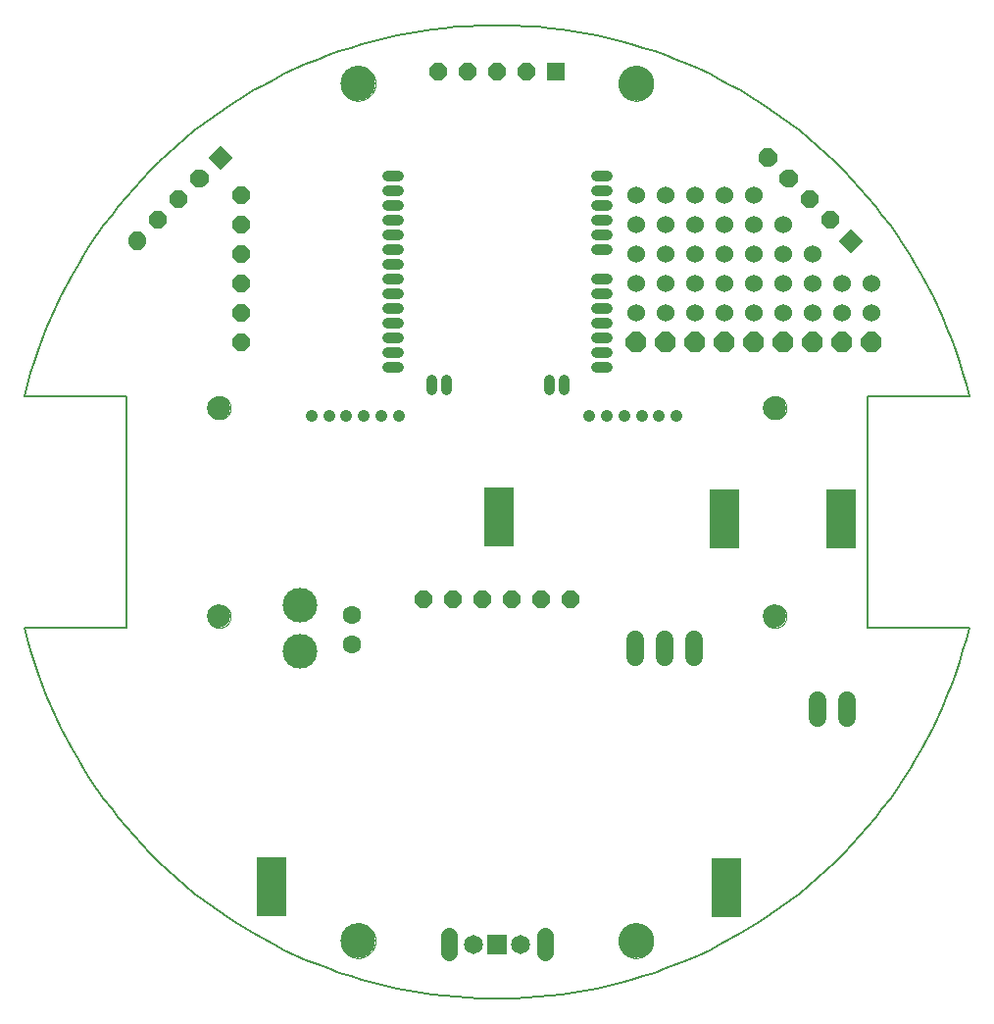
<source format=gbs>
G75*
%MOIN*%
%OFA0B0*%
%FSLAX25Y25*%
%IPPOS*%
%LPD*%
%AMOC8*
5,1,8,0,0,1.08239X$1,22.5*
%
%ADD10C,0.00600*%
%ADD11C,0.00000*%
%ADD12C,0.07874*%
%ADD13C,0.11811*%
%ADD14C,0.06300*%
%ADD15OC8,0.06000*%
%ADD16C,0.04134*%
%ADD17R,0.06500X0.06500*%
%ADD18C,0.06500*%
%ADD19C,0.05500*%
%ADD20R,0.10000X0.20000*%
%ADD21OC8,0.07000*%
%ADD22C,0.06000*%
%ADD23R,0.06000X0.06000*%
%ADD24C,0.01200*%
%ADD25R,0.06000X0.06000*%
%ADD26C,0.03562*%
%ADD27C,0.06000*%
D10*
X0023150Y0144410D02*
X0057796Y0144410D01*
X0057796Y0223150D01*
X0023150Y0223150D01*
X0023150Y0223151D02*
X0024158Y0227061D01*
X0025260Y0230946D01*
X0026458Y0234802D01*
X0027749Y0238628D01*
X0029133Y0242421D01*
X0030609Y0246180D01*
X0032177Y0249901D01*
X0033835Y0253583D01*
X0035582Y0257223D01*
X0037418Y0260820D01*
X0039341Y0264370D01*
X0041350Y0267873D01*
X0043445Y0271326D01*
X0045622Y0274726D01*
X0047882Y0278072D01*
X0050224Y0281362D01*
X0052644Y0284594D01*
X0055143Y0287766D01*
X0057719Y0290876D01*
X0060370Y0293922D01*
X0063094Y0296902D01*
X0065891Y0299815D01*
X0068758Y0302659D01*
X0071693Y0305432D01*
X0074695Y0308132D01*
X0077762Y0310759D01*
X0080892Y0313309D01*
X0084084Y0315783D01*
X0087335Y0318178D01*
X0090644Y0320493D01*
X0094008Y0322726D01*
X0097426Y0324876D01*
X0100895Y0326943D01*
X0104414Y0328924D01*
X0107979Y0330818D01*
X0111591Y0332625D01*
X0115245Y0334344D01*
X0118940Y0335972D01*
X0122673Y0337510D01*
X0126444Y0338956D01*
X0130248Y0340310D01*
X0134084Y0341570D01*
X0137950Y0342737D01*
X0141843Y0343808D01*
X0145761Y0344784D01*
X0149702Y0345665D01*
X0153663Y0346448D01*
X0157643Y0347135D01*
X0161637Y0347725D01*
X0165645Y0348217D01*
X0169664Y0348610D01*
X0173691Y0348906D01*
X0177724Y0349103D01*
X0181761Y0349202D01*
X0185799Y0349202D01*
X0189836Y0349103D01*
X0193869Y0348906D01*
X0197896Y0348610D01*
X0201915Y0348217D01*
X0205923Y0347725D01*
X0209917Y0347135D01*
X0213897Y0346448D01*
X0217858Y0345665D01*
X0221799Y0344784D01*
X0225717Y0343808D01*
X0229610Y0342737D01*
X0233476Y0341570D01*
X0237312Y0340310D01*
X0241116Y0338956D01*
X0244887Y0337510D01*
X0248620Y0335972D01*
X0252315Y0334344D01*
X0255969Y0332625D01*
X0259581Y0330818D01*
X0263146Y0328924D01*
X0266665Y0326943D01*
X0270134Y0324876D01*
X0273552Y0322726D01*
X0276916Y0320493D01*
X0280225Y0318178D01*
X0283476Y0315783D01*
X0286668Y0313309D01*
X0289798Y0310759D01*
X0292865Y0308132D01*
X0295867Y0305432D01*
X0298802Y0302659D01*
X0301669Y0299815D01*
X0304466Y0296902D01*
X0307190Y0293922D01*
X0309841Y0290876D01*
X0312417Y0287766D01*
X0314916Y0284594D01*
X0317336Y0281362D01*
X0319678Y0278072D01*
X0321938Y0274726D01*
X0324115Y0271326D01*
X0326210Y0267873D01*
X0328219Y0264370D01*
X0330142Y0260820D01*
X0331978Y0257223D01*
X0333725Y0253583D01*
X0335383Y0249901D01*
X0336951Y0246180D01*
X0338427Y0242421D01*
X0339811Y0238628D01*
X0341102Y0234802D01*
X0342300Y0230946D01*
X0343402Y0227061D01*
X0344410Y0223151D01*
X0344410Y0223150D02*
X0309765Y0223150D01*
X0309765Y0144410D01*
X0344410Y0144410D01*
X0343402Y0140500D01*
X0342300Y0136615D01*
X0341102Y0132759D01*
X0339811Y0128933D01*
X0338427Y0125140D01*
X0336951Y0121381D01*
X0335383Y0117660D01*
X0333725Y0113978D01*
X0331978Y0110338D01*
X0330142Y0106741D01*
X0328219Y0103191D01*
X0326210Y0099688D01*
X0324115Y0096235D01*
X0321938Y0092835D01*
X0319678Y0089489D01*
X0317336Y0086199D01*
X0314916Y0082967D01*
X0312417Y0079795D01*
X0309841Y0076685D01*
X0307190Y0073639D01*
X0304466Y0070659D01*
X0301669Y0067746D01*
X0298802Y0064902D01*
X0295867Y0062129D01*
X0292865Y0059429D01*
X0289798Y0056802D01*
X0286668Y0054252D01*
X0283476Y0051778D01*
X0280225Y0049383D01*
X0276916Y0047068D01*
X0273552Y0044835D01*
X0270134Y0042685D01*
X0266665Y0040618D01*
X0263146Y0038637D01*
X0259581Y0036743D01*
X0255969Y0034936D01*
X0252315Y0033217D01*
X0248620Y0031589D01*
X0244887Y0030051D01*
X0241116Y0028605D01*
X0237312Y0027251D01*
X0233476Y0025991D01*
X0229610Y0024824D01*
X0225717Y0023753D01*
X0221799Y0022777D01*
X0217858Y0021896D01*
X0213897Y0021113D01*
X0209917Y0020426D01*
X0205923Y0019836D01*
X0201915Y0019344D01*
X0197896Y0018951D01*
X0193869Y0018655D01*
X0189836Y0018458D01*
X0185799Y0018359D01*
X0181761Y0018359D01*
X0177724Y0018458D01*
X0173691Y0018655D01*
X0169664Y0018951D01*
X0165645Y0019344D01*
X0161637Y0019836D01*
X0157643Y0020426D01*
X0153663Y0021113D01*
X0149702Y0021896D01*
X0145761Y0022777D01*
X0141843Y0023753D01*
X0137950Y0024824D01*
X0134084Y0025991D01*
X0130248Y0027251D01*
X0126444Y0028605D01*
X0122673Y0030051D01*
X0118940Y0031589D01*
X0115245Y0033217D01*
X0111591Y0034936D01*
X0107979Y0036743D01*
X0104414Y0038637D01*
X0100895Y0040618D01*
X0097426Y0042685D01*
X0094008Y0044835D01*
X0090644Y0047068D01*
X0087335Y0049383D01*
X0084084Y0051778D01*
X0080892Y0054252D01*
X0077762Y0056802D01*
X0074695Y0059429D01*
X0071693Y0062129D01*
X0068758Y0064902D01*
X0065891Y0067746D01*
X0063094Y0070659D01*
X0060370Y0073639D01*
X0057719Y0076685D01*
X0055143Y0079795D01*
X0052644Y0082967D01*
X0050224Y0086199D01*
X0047882Y0089489D01*
X0045622Y0092835D01*
X0043445Y0096235D01*
X0041350Y0099688D01*
X0039341Y0103191D01*
X0037418Y0106741D01*
X0035582Y0110338D01*
X0033835Y0113978D01*
X0032177Y0117660D01*
X0030609Y0121381D01*
X0029133Y0125140D01*
X0027749Y0128933D01*
X0026458Y0132759D01*
X0025260Y0136615D01*
X0024158Y0140500D01*
X0023150Y0144410D01*
D11*
X0085355Y0148347D02*
X0085357Y0148472D01*
X0085363Y0148597D01*
X0085373Y0148721D01*
X0085387Y0148845D01*
X0085404Y0148969D01*
X0085426Y0149092D01*
X0085452Y0149214D01*
X0085481Y0149336D01*
X0085514Y0149456D01*
X0085552Y0149575D01*
X0085592Y0149694D01*
X0085637Y0149810D01*
X0085685Y0149925D01*
X0085737Y0150039D01*
X0085793Y0150151D01*
X0085852Y0150261D01*
X0085914Y0150369D01*
X0085980Y0150476D01*
X0086049Y0150580D01*
X0086122Y0150681D01*
X0086197Y0150781D01*
X0086276Y0150878D01*
X0086358Y0150972D01*
X0086443Y0151064D01*
X0086530Y0151153D01*
X0086621Y0151239D01*
X0086714Y0151322D01*
X0086810Y0151403D01*
X0086908Y0151480D01*
X0087008Y0151554D01*
X0087111Y0151625D01*
X0087216Y0151692D01*
X0087324Y0151757D01*
X0087433Y0151817D01*
X0087544Y0151875D01*
X0087657Y0151928D01*
X0087771Y0151978D01*
X0087887Y0152025D01*
X0088004Y0152067D01*
X0088123Y0152106D01*
X0088243Y0152142D01*
X0088364Y0152173D01*
X0088486Y0152201D01*
X0088608Y0152224D01*
X0088732Y0152244D01*
X0088856Y0152260D01*
X0088980Y0152272D01*
X0089105Y0152280D01*
X0089230Y0152284D01*
X0089354Y0152284D01*
X0089479Y0152280D01*
X0089604Y0152272D01*
X0089728Y0152260D01*
X0089852Y0152244D01*
X0089976Y0152224D01*
X0090098Y0152201D01*
X0090220Y0152173D01*
X0090341Y0152142D01*
X0090461Y0152106D01*
X0090580Y0152067D01*
X0090697Y0152025D01*
X0090813Y0151978D01*
X0090927Y0151928D01*
X0091040Y0151875D01*
X0091151Y0151817D01*
X0091261Y0151757D01*
X0091368Y0151692D01*
X0091473Y0151625D01*
X0091576Y0151554D01*
X0091676Y0151480D01*
X0091774Y0151403D01*
X0091870Y0151322D01*
X0091963Y0151239D01*
X0092054Y0151153D01*
X0092141Y0151064D01*
X0092226Y0150972D01*
X0092308Y0150878D01*
X0092387Y0150781D01*
X0092462Y0150681D01*
X0092535Y0150580D01*
X0092604Y0150476D01*
X0092670Y0150369D01*
X0092732Y0150261D01*
X0092791Y0150151D01*
X0092847Y0150039D01*
X0092899Y0149925D01*
X0092947Y0149810D01*
X0092992Y0149694D01*
X0093032Y0149575D01*
X0093070Y0149456D01*
X0093103Y0149336D01*
X0093132Y0149214D01*
X0093158Y0149092D01*
X0093180Y0148969D01*
X0093197Y0148845D01*
X0093211Y0148721D01*
X0093221Y0148597D01*
X0093227Y0148472D01*
X0093229Y0148347D01*
X0093227Y0148222D01*
X0093221Y0148097D01*
X0093211Y0147973D01*
X0093197Y0147849D01*
X0093180Y0147725D01*
X0093158Y0147602D01*
X0093132Y0147480D01*
X0093103Y0147358D01*
X0093070Y0147238D01*
X0093032Y0147119D01*
X0092992Y0147000D01*
X0092947Y0146884D01*
X0092899Y0146769D01*
X0092847Y0146655D01*
X0092791Y0146543D01*
X0092732Y0146433D01*
X0092670Y0146325D01*
X0092604Y0146218D01*
X0092535Y0146114D01*
X0092462Y0146013D01*
X0092387Y0145913D01*
X0092308Y0145816D01*
X0092226Y0145722D01*
X0092141Y0145630D01*
X0092054Y0145541D01*
X0091963Y0145455D01*
X0091870Y0145372D01*
X0091774Y0145291D01*
X0091676Y0145214D01*
X0091576Y0145140D01*
X0091473Y0145069D01*
X0091368Y0145002D01*
X0091260Y0144937D01*
X0091151Y0144877D01*
X0091040Y0144819D01*
X0090927Y0144766D01*
X0090813Y0144716D01*
X0090697Y0144669D01*
X0090580Y0144627D01*
X0090461Y0144588D01*
X0090341Y0144552D01*
X0090220Y0144521D01*
X0090098Y0144493D01*
X0089976Y0144470D01*
X0089852Y0144450D01*
X0089728Y0144434D01*
X0089604Y0144422D01*
X0089479Y0144414D01*
X0089354Y0144410D01*
X0089230Y0144410D01*
X0089105Y0144414D01*
X0088980Y0144422D01*
X0088856Y0144434D01*
X0088732Y0144450D01*
X0088608Y0144470D01*
X0088486Y0144493D01*
X0088364Y0144521D01*
X0088243Y0144552D01*
X0088123Y0144588D01*
X0088004Y0144627D01*
X0087887Y0144669D01*
X0087771Y0144716D01*
X0087657Y0144766D01*
X0087544Y0144819D01*
X0087433Y0144877D01*
X0087323Y0144937D01*
X0087216Y0145002D01*
X0087111Y0145069D01*
X0087008Y0145140D01*
X0086908Y0145214D01*
X0086810Y0145291D01*
X0086714Y0145372D01*
X0086621Y0145455D01*
X0086530Y0145541D01*
X0086443Y0145630D01*
X0086358Y0145722D01*
X0086276Y0145816D01*
X0086197Y0145913D01*
X0086122Y0146013D01*
X0086049Y0146114D01*
X0085980Y0146218D01*
X0085914Y0146325D01*
X0085852Y0146433D01*
X0085793Y0146543D01*
X0085737Y0146655D01*
X0085685Y0146769D01*
X0085637Y0146884D01*
X0085592Y0147000D01*
X0085552Y0147119D01*
X0085514Y0147238D01*
X0085481Y0147358D01*
X0085452Y0147480D01*
X0085426Y0147602D01*
X0085404Y0147725D01*
X0085387Y0147849D01*
X0085373Y0147973D01*
X0085363Y0148097D01*
X0085357Y0148222D01*
X0085355Y0148347D01*
X0085355Y0219213D02*
X0085357Y0219338D01*
X0085363Y0219463D01*
X0085373Y0219587D01*
X0085387Y0219711D01*
X0085404Y0219835D01*
X0085426Y0219958D01*
X0085452Y0220080D01*
X0085481Y0220202D01*
X0085514Y0220322D01*
X0085552Y0220441D01*
X0085592Y0220560D01*
X0085637Y0220676D01*
X0085685Y0220791D01*
X0085737Y0220905D01*
X0085793Y0221017D01*
X0085852Y0221127D01*
X0085914Y0221235D01*
X0085980Y0221342D01*
X0086049Y0221446D01*
X0086122Y0221547D01*
X0086197Y0221647D01*
X0086276Y0221744D01*
X0086358Y0221838D01*
X0086443Y0221930D01*
X0086530Y0222019D01*
X0086621Y0222105D01*
X0086714Y0222188D01*
X0086810Y0222269D01*
X0086908Y0222346D01*
X0087008Y0222420D01*
X0087111Y0222491D01*
X0087216Y0222558D01*
X0087324Y0222623D01*
X0087433Y0222683D01*
X0087544Y0222741D01*
X0087657Y0222794D01*
X0087771Y0222844D01*
X0087887Y0222891D01*
X0088004Y0222933D01*
X0088123Y0222972D01*
X0088243Y0223008D01*
X0088364Y0223039D01*
X0088486Y0223067D01*
X0088608Y0223090D01*
X0088732Y0223110D01*
X0088856Y0223126D01*
X0088980Y0223138D01*
X0089105Y0223146D01*
X0089230Y0223150D01*
X0089354Y0223150D01*
X0089479Y0223146D01*
X0089604Y0223138D01*
X0089728Y0223126D01*
X0089852Y0223110D01*
X0089976Y0223090D01*
X0090098Y0223067D01*
X0090220Y0223039D01*
X0090341Y0223008D01*
X0090461Y0222972D01*
X0090580Y0222933D01*
X0090697Y0222891D01*
X0090813Y0222844D01*
X0090927Y0222794D01*
X0091040Y0222741D01*
X0091151Y0222683D01*
X0091261Y0222623D01*
X0091368Y0222558D01*
X0091473Y0222491D01*
X0091576Y0222420D01*
X0091676Y0222346D01*
X0091774Y0222269D01*
X0091870Y0222188D01*
X0091963Y0222105D01*
X0092054Y0222019D01*
X0092141Y0221930D01*
X0092226Y0221838D01*
X0092308Y0221744D01*
X0092387Y0221647D01*
X0092462Y0221547D01*
X0092535Y0221446D01*
X0092604Y0221342D01*
X0092670Y0221235D01*
X0092732Y0221127D01*
X0092791Y0221017D01*
X0092847Y0220905D01*
X0092899Y0220791D01*
X0092947Y0220676D01*
X0092992Y0220560D01*
X0093032Y0220441D01*
X0093070Y0220322D01*
X0093103Y0220202D01*
X0093132Y0220080D01*
X0093158Y0219958D01*
X0093180Y0219835D01*
X0093197Y0219711D01*
X0093211Y0219587D01*
X0093221Y0219463D01*
X0093227Y0219338D01*
X0093229Y0219213D01*
X0093227Y0219088D01*
X0093221Y0218963D01*
X0093211Y0218839D01*
X0093197Y0218715D01*
X0093180Y0218591D01*
X0093158Y0218468D01*
X0093132Y0218346D01*
X0093103Y0218224D01*
X0093070Y0218104D01*
X0093032Y0217985D01*
X0092992Y0217866D01*
X0092947Y0217750D01*
X0092899Y0217635D01*
X0092847Y0217521D01*
X0092791Y0217409D01*
X0092732Y0217299D01*
X0092670Y0217191D01*
X0092604Y0217084D01*
X0092535Y0216980D01*
X0092462Y0216879D01*
X0092387Y0216779D01*
X0092308Y0216682D01*
X0092226Y0216588D01*
X0092141Y0216496D01*
X0092054Y0216407D01*
X0091963Y0216321D01*
X0091870Y0216238D01*
X0091774Y0216157D01*
X0091676Y0216080D01*
X0091576Y0216006D01*
X0091473Y0215935D01*
X0091368Y0215868D01*
X0091260Y0215803D01*
X0091151Y0215743D01*
X0091040Y0215685D01*
X0090927Y0215632D01*
X0090813Y0215582D01*
X0090697Y0215535D01*
X0090580Y0215493D01*
X0090461Y0215454D01*
X0090341Y0215418D01*
X0090220Y0215387D01*
X0090098Y0215359D01*
X0089976Y0215336D01*
X0089852Y0215316D01*
X0089728Y0215300D01*
X0089604Y0215288D01*
X0089479Y0215280D01*
X0089354Y0215276D01*
X0089230Y0215276D01*
X0089105Y0215280D01*
X0088980Y0215288D01*
X0088856Y0215300D01*
X0088732Y0215316D01*
X0088608Y0215336D01*
X0088486Y0215359D01*
X0088364Y0215387D01*
X0088243Y0215418D01*
X0088123Y0215454D01*
X0088004Y0215493D01*
X0087887Y0215535D01*
X0087771Y0215582D01*
X0087657Y0215632D01*
X0087544Y0215685D01*
X0087433Y0215743D01*
X0087323Y0215803D01*
X0087216Y0215868D01*
X0087111Y0215935D01*
X0087008Y0216006D01*
X0086908Y0216080D01*
X0086810Y0216157D01*
X0086714Y0216238D01*
X0086621Y0216321D01*
X0086530Y0216407D01*
X0086443Y0216496D01*
X0086358Y0216588D01*
X0086276Y0216682D01*
X0086197Y0216779D01*
X0086122Y0216879D01*
X0086049Y0216980D01*
X0085980Y0217084D01*
X0085914Y0217191D01*
X0085852Y0217299D01*
X0085793Y0217409D01*
X0085737Y0217521D01*
X0085685Y0217635D01*
X0085637Y0217750D01*
X0085592Y0217866D01*
X0085552Y0217985D01*
X0085514Y0218104D01*
X0085481Y0218224D01*
X0085452Y0218346D01*
X0085426Y0218468D01*
X0085404Y0218591D01*
X0085387Y0218715D01*
X0085373Y0218839D01*
X0085363Y0218963D01*
X0085357Y0219088D01*
X0085355Y0219213D01*
X0130630Y0329450D02*
X0130632Y0329603D01*
X0130638Y0329757D01*
X0130648Y0329910D01*
X0130662Y0330062D01*
X0130680Y0330215D01*
X0130702Y0330366D01*
X0130727Y0330517D01*
X0130757Y0330668D01*
X0130791Y0330818D01*
X0130828Y0330966D01*
X0130869Y0331114D01*
X0130914Y0331260D01*
X0130963Y0331406D01*
X0131016Y0331550D01*
X0131072Y0331692D01*
X0131132Y0331833D01*
X0131196Y0331973D01*
X0131263Y0332111D01*
X0131334Y0332247D01*
X0131409Y0332381D01*
X0131486Y0332513D01*
X0131568Y0332643D01*
X0131652Y0332771D01*
X0131740Y0332897D01*
X0131831Y0333020D01*
X0131925Y0333141D01*
X0132023Y0333259D01*
X0132123Y0333375D01*
X0132227Y0333488D01*
X0132333Y0333599D01*
X0132442Y0333707D01*
X0132554Y0333812D01*
X0132668Y0333913D01*
X0132786Y0334012D01*
X0132905Y0334108D01*
X0133027Y0334201D01*
X0133152Y0334290D01*
X0133279Y0334377D01*
X0133408Y0334459D01*
X0133539Y0334539D01*
X0133672Y0334615D01*
X0133807Y0334688D01*
X0133944Y0334757D01*
X0134083Y0334822D01*
X0134223Y0334884D01*
X0134365Y0334942D01*
X0134508Y0334997D01*
X0134653Y0335048D01*
X0134799Y0335095D01*
X0134946Y0335138D01*
X0135094Y0335177D01*
X0135243Y0335213D01*
X0135393Y0335244D01*
X0135544Y0335272D01*
X0135695Y0335296D01*
X0135848Y0335316D01*
X0136000Y0335332D01*
X0136153Y0335344D01*
X0136306Y0335352D01*
X0136459Y0335356D01*
X0136613Y0335356D01*
X0136766Y0335352D01*
X0136919Y0335344D01*
X0137072Y0335332D01*
X0137224Y0335316D01*
X0137377Y0335296D01*
X0137528Y0335272D01*
X0137679Y0335244D01*
X0137829Y0335213D01*
X0137978Y0335177D01*
X0138126Y0335138D01*
X0138273Y0335095D01*
X0138419Y0335048D01*
X0138564Y0334997D01*
X0138707Y0334942D01*
X0138849Y0334884D01*
X0138989Y0334822D01*
X0139128Y0334757D01*
X0139265Y0334688D01*
X0139400Y0334615D01*
X0139533Y0334539D01*
X0139664Y0334459D01*
X0139793Y0334377D01*
X0139920Y0334290D01*
X0140045Y0334201D01*
X0140167Y0334108D01*
X0140286Y0334012D01*
X0140404Y0333913D01*
X0140518Y0333812D01*
X0140630Y0333707D01*
X0140739Y0333599D01*
X0140845Y0333488D01*
X0140949Y0333375D01*
X0141049Y0333259D01*
X0141147Y0333141D01*
X0141241Y0333020D01*
X0141332Y0332897D01*
X0141420Y0332771D01*
X0141504Y0332643D01*
X0141586Y0332513D01*
X0141663Y0332381D01*
X0141738Y0332247D01*
X0141809Y0332111D01*
X0141876Y0331973D01*
X0141940Y0331833D01*
X0142000Y0331692D01*
X0142056Y0331550D01*
X0142109Y0331406D01*
X0142158Y0331260D01*
X0142203Y0331114D01*
X0142244Y0330966D01*
X0142281Y0330818D01*
X0142315Y0330668D01*
X0142345Y0330517D01*
X0142370Y0330366D01*
X0142392Y0330215D01*
X0142410Y0330062D01*
X0142424Y0329910D01*
X0142434Y0329757D01*
X0142440Y0329603D01*
X0142442Y0329450D01*
X0142440Y0329297D01*
X0142434Y0329143D01*
X0142424Y0328990D01*
X0142410Y0328838D01*
X0142392Y0328685D01*
X0142370Y0328534D01*
X0142345Y0328383D01*
X0142315Y0328232D01*
X0142281Y0328082D01*
X0142244Y0327934D01*
X0142203Y0327786D01*
X0142158Y0327640D01*
X0142109Y0327494D01*
X0142056Y0327350D01*
X0142000Y0327208D01*
X0141940Y0327067D01*
X0141876Y0326927D01*
X0141809Y0326789D01*
X0141738Y0326653D01*
X0141663Y0326519D01*
X0141586Y0326387D01*
X0141504Y0326257D01*
X0141420Y0326129D01*
X0141332Y0326003D01*
X0141241Y0325880D01*
X0141147Y0325759D01*
X0141049Y0325641D01*
X0140949Y0325525D01*
X0140845Y0325412D01*
X0140739Y0325301D01*
X0140630Y0325193D01*
X0140518Y0325088D01*
X0140404Y0324987D01*
X0140286Y0324888D01*
X0140167Y0324792D01*
X0140045Y0324699D01*
X0139920Y0324610D01*
X0139793Y0324523D01*
X0139664Y0324441D01*
X0139533Y0324361D01*
X0139400Y0324285D01*
X0139265Y0324212D01*
X0139128Y0324143D01*
X0138989Y0324078D01*
X0138849Y0324016D01*
X0138707Y0323958D01*
X0138564Y0323903D01*
X0138419Y0323852D01*
X0138273Y0323805D01*
X0138126Y0323762D01*
X0137978Y0323723D01*
X0137829Y0323687D01*
X0137679Y0323656D01*
X0137528Y0323628D01*
X0137377Y0323604D01*
X0137224Y0323584D01*
X0137072Y0323568D01*
X0136919Y0323556D01*
X0136766Y0323548D01*
X0136613Y0323544D01*
X0136459Y0323544D01*
X0136306Y0323548D01*
X0136153Y0323556D01*
X0136000Y0323568D01*
X0135848Y0323584D01*
X0135695Y0323604D01*
X0135544Y0323628D01*
X0135393Y0323656D01*
X0135243Y0323687D01*
X0135094Y0323723D01*
X0134946Y0323762D01*
X0134799Y0323805D01*
X0134653Y0323852D01*
X0134508Y0323903D01*
X0134365Y0323958D01*
X0134223Y0324016D01*
X0134083Y0324078D01*
X0133944Y0324143D01*
X0133807Y0324212D01*
X0133672Y0324285D01*
X0133539Y0324361D01*
X0133408Y0324441D01*
X0133279Y0324523D01*
X0133152Y0324610D01*
X0133027Y0324699D01*
X0132905Y0324792D01*
X0132786Y0324888D01*
X0132668Y0324987D01*
X0132554Y0325088D01*
X0132442Y0325193D01*
X0132333Y0325301D01*
X0132227Y0325412D01*
X0132123Y0325525D01*
X0132023Y0325641D01*
X0131925Y0325759D01*
X0131831Y0325880D01*
X0131740Y0326003D01*
X0131652Y0326129D01*
X0131568Y0326257D01*
X0131486Y0326387D01*
X0131409Y0326519D01*
X0131334Y0326653D01*
X0131263Y0326789D01*
X0131196Y0326927D01*
X0131132Y0327067D01*
X0131072Y0327208D01*
X0131016Y0327350D01*
X0130963Y0327494D01*
X0130914Y0327640D01*
X0130869Y0327786D01*
X0130828Y0327934D01*
X0130791Y0328082D01*
X0130757Y0328232D01*
X0130727Y0328383D01*
X0130702Y0328534D01*
X0130680Y0328685D01*
X0130662Y0328838D01*
X0130648Y0328990D01*
X0130638Y0329143D01*
X0130632Y0329297D01*
X0130630Y0329450D01*
X0225118Y0329450D02*
X0225120Y0329603D01*
X0225126Y0329757D01*
X0225136Y0329910D01*
X0225150Y0330062D01*
X0225168Y0330215D01*
X0225190Y0330366D01*
X0225215Y0330517D01*
X0225245Y0330668D01*
X0225279Y0330818D01*
X0225316Y0330966D01*
X0225357Y0331114D01*
X0225402Y0331260D01*
X0225451Y0331406D01*
X0225504Y0331550D01*
X0225560Y0331692D01*
X0225620Y0331833D01*
X0225684Y0331973D01*
X0225751Y0332111D01*
X0225822Y0332247D01*
X0225897Y0332381D01*
X0225974Y0332513D01*
X0226056Y0332643D01*
X0226140Y0332771D01*
X0226228Y0332897D01*
X0226319Y0333020D01*
X0226413Y0333141D01*
X0226511Y0333259D01*
X0226611Y0333375D01*
X0226715Y0333488D01*
X0226821Y0333599D01*
X0226930Y0333707D01*
X0227042Y0333812D01*
X0227156Y0333913D01*
X0227274Y0334012D01*
X0227393Y0334108D01*
X0227515Y0334201D01*
X0227640Y0334290D01*
X0227767Y0334377D01*
X0227896Y0334459D01*
X0228027Y0334539D01*
X0228160Y0334615D01*
X0228295Y0334688D01*
X0228432Y0334757D01*
X0228571Y0334822D01*
X0228711Y0334884D01*
X0228853Y0334942D01*
X0228996Y0334997D01*
X0229141Y0335048D01*
X0229287Y0335095D01*
X0229434Y0335138D01*
X0229582Y0335177D01*
X0229731Y0335213D01*
X0229881Y0335244D01*
X0230032Y0335272D01*
X0230183Y0335296D01*
X0230336Y0335316D01*
X0230488Y0335332D01*
X0230641Y0335344D01*
X0230794Y0335352D01*
X0230947Y0335356D01*
X0231101Y0335356D01*
X0231254Y0335352D01*
X0231407Y0335344D01*
X0231560Y0335332D01*
X0231712Y0335316D01*
X0231865Y0335296D01*
X0232016Y0335272D01*
X0232167Y0335244D01*
X0232317Y0335213D01*
X0232466Y0335177D01*
X0232614Y0335138D01*
X0232761Y0335095D01*
X0232907Y0335048D01*
X0233052Y0334997D01*
X0233195Y0334942D01*
X0233337Y0334884D01*
X0233477Y0334822D01*
X0233616Y0334757D01*
X0233753Y0334688D01*
X0233888Y0334615D01*
X0234021Y0334539D01*
X0234152Y0334459D01*
X0234281Y0334377D01*
X0234408Y0334290D01*
X0234533Y0334201D01*
X0234655Y0334108D01*
X0234774Y0334012D01*
X0234892Y0333913D01*
X0235006Y0333812D01*
X0235118Y0333707D01*
X0235227Y0333599D01*
X0235333Y0333488D01*
X0235437Y0333375D01*
X0235537Y0333259D01*
X0235635Y0333141D01*
X0235729Y0333020D01*
X0235820Y0332897D01*
X0235908Y0332771D01*
X0235992Y0332643D01*
X0236074Y0332513D01*
X0236151Y0332381D01*
X0236226Y0332247D01*
X0236297Y0332111D01*
X0236364Y0331973D01*
X0236428Y0331833D01*
X0236488Y0331692D01*
X0236544Y0331550D01*
X0236597Y0331406D01*
X0236646Y0331260D01*
X0236691Y0331114D01*
X0236732Y0330966D01*
X0236769Y0330818D01*
X0236803Y0330668D01*
X0236833Y0330517D01*
X0236858Y0330366D01*
X0236880Y0330215D01*
X0236898Y0330062D01*
X0236912Y0329910D01*
X0236922Y0329757D01*
X0236928Y0329603D01*
X0236930Y0329450D01*
X0236928Y0329297D01*
X0236922Y0329143D01*
X0236912Y0328990D01*
X0236898Y0328838D01*
X0236880Y0328685D01*
X0236858Y0328534D01*
X0236833Y0328383D01*
X0236803Y0328232D01*
X0236769Y0328082D01*
X0236732Y0327934D01*
X0236691Y0327786D01*
X0236646Y0327640D01*
X0236597Y0327494D01*
X0236544Y0327350D01*
X0236488Y0327208D01*
X0236428Y0327067D01*
X0236364Y0326927D01*
X0236297Y0326789D01*
X0236226Y0326653D01*
X0236151Y0326519D01*
X0236074Y0326387D01*
X0235992Y0326257D01*
X0235908Y0326129D01*
X0235820Y0326003D01*
X0235729Y0325880D01*
X0235635Y0325759D01*
X0235537Y0325641D01*
X0235437Y0325525D01*
X0235333Y0325412D01*
X0235227Y0325301D01*
X0235118Y0325193D01*
X0235006Y0325088D01*
X0234892Y0324987D01*
X0234774Y0324888D01*
X0234655Y0324792D01*
X0234533Y0324699D01*
X0234408Y0324610D01*
X0234281Y0324523D01*
X0234152Y0324441D01*
X0234021Y0324361D01*
X0233888Y0324285D01*
X0233753Y0324212D01*
X0233616Y0324143D01*
X0233477Y0324078D01*
X0233337Y0324016D01*
X0233195Y0323958D01*
X0233052Y0323903D01*
X0232907Y0323852D01*
X0232761Y0323805D01*
X0232614Y0323762D01*
X0232466Y0323723D01*
X0232317Y0323687D01*
X0232167Y0323656D01*
X0232016Y0323628D01*
X0231865Y0323604D01*
X0231712Y0323584D01*
X0231560Y0323568D01*
X0231407Y0323556D01*
X0231254Y0323548D01*
X0231101Y0323544D01*
X0230947Y0323544D01*
X0230794Y0323548D01*
X0230641Y0323556D01*
X0230488Y0323568D01*
X0230336Y0323584D01*
X0230183Y0323604D01*
X0230032Y0323628D01*
X0229881Y0323656D01*
X0229731Y0323687D01*
X0229582Y0323723D01*
X0229434Y0323762D01*
X0229287Y0323805D01*
X0229141Y0323852D01*
X0228996Y0323903D01*
X0228853Y0323958D01*
X0228711Y0324016D01*
X0228571Y0324078D01*
X0228432Y0324143D01*
X0228295Y0324212D01*
X0228160Y0324285D01*
X0228027Y0324361D01*
X0227896Y0324441D01*
X0227767Y0324523D01*
X0227640Y0324610D01*
X0227515Y0324699D01*
X0227393Y0324792D01*
X0227274Y0324888D01*
X0227156Y0324987D01*
X0227042Y0325088D01*
X0226930Y0325193D01*
X0226821Y0325301D01*
X0226715Y0325412D01*
X0226611Y0325525D01*
X0226511Y0325641D01*
X0226413Y0325759D01*
X0226319Y0325880D01*
X0226228Y0326003D01*
X0226140Y0326129D01*
X0226056Y0326257D01*
X0225974Y0326387D01*
X0225897Y0326519D01*
X0225822Y0326653D01*
X0225751Y0326789D01*
X0225684Y0326927D01*
X0225620Y0327067D01*
X0225560Y0327208D01*
X0225504Y0327350D01*
X0225451Y0327494D01*
X0225402Y0327640D01*
X0225357Y0327786D01*
X0225316Y0327934D01*
X0225279Y0328082D01*
X0225245Y0328232D01*
X0225215Y0328383D01*
X0225190Y0328534D01*
X0225168Y0328685D01*
X0225150Y0328838D01*
X0225136Y0328990D01*
X0225126Y0329143D01*
X0225120Y0329297D01*
X0225118Y0329450D01*
X0274332Y0219213D02*
X0274334Y0219338D01*
X0274340Y0219463D01*
X0274350Y0219587D01*
X0274364Y0219711D01*
X0274381Y0219835D01*
X0274403Y0219958D01*
X0274429Y0220080D01*
X0274458Y0220202D01*
X0274491Y0220322D01*
X0274529Y0220441D01*
X0274569Y0220560D01*
X0274614Y0220676D01*
X0274662Y0220791D01*
X0274714Y0220905D01*
X0274770Y0221017D01*
X0274829Y0221127D01*
X0274891Y0221235D01*
X0274957Y0221342D01*
X0275026Y0221446D01*
X0275099Y0221547D01*
X0275174Y0221647D01*
X0275253Y0221744D01*
X0275335Y0221838D01*
X0275420Y0221930D01*
X0275507Y0222019D01*
X0275598Y0222105D01*
X0275691Y0222188D01*
X0275787Y0222269D01*
X0275885Y0222346D01*
X0275985Y0222420D01*
X0276088Y0222491D01*
X0276193Y0222558D01*
X0276301Y0222623D01*
X0276410Y0222683D01*
X0276521Y0222741D01*
X0276634Y0222794D01*
X0276748Y0222844D01*
X0276864Y0222891D01*
X0276981Y0222933D01*
X0277100Y0222972D01*
X0277220Y0223008D01*
X0277341Y0223039D01*
X0277463Y0223067D01*
X0277585Y0223090D01*
X0277709Y0223110D01*
X0277833Y0223126D01*
X0277957Y0223138D01*
X0278082Y0223146D01*
X0278207Y0223150D01*
X0278331Y0223150D01*
X0278456Y0223146D01*
X0278581Y0223138D01*
X0278705Y0223126D01*
X0278829Y0223110D01*
X0278953Y0223090D01*
X0279075Y0223067D01*
X0279197Y0223039D01*
X0279318Y0223008D01*
X0279438Y0222972D01*
X0279557Y0222933D01*
X0279674Y0222891D01*
X0279790Y0222844D01*
X0279904Y0222794D01*
X0280017Y0222741D01*
X0280128Y0222683D01*
X0280238Y0222623D01*
X0280345Y0222558D01*
X0280450Y0222491D01*
X0280553Y0222420D01*
X0280653Y0222346D01*
X0280751Y0222269D01*
X0280847Y0222188D01*
X0280940Y0222105D01*
X0281031Y0222019D01*
X0281118Y0221930D01*
X0281203Y0221838D01*
X0281285Y0221744D01*
X0281364Y0221647D01*
X0281439Y0221547D01*
X0281512Y0221446D01*
X0281581Y0221342D01*
X0281647Y0221235D01*
X0281709Y0221127D01*
X0281768Y0221017D01*
X0281824Y0220905D01*
X0281876Y0220791D01*
X0281924Y0220676D01*
X0281969Y0220560D01*
X0282009Y0220441D01*
X0282047Y0220322D01*
X0282080Y0220202D01*
X0282109Y0220080D01*
X0282135Y0219958D01*
X0282157Y0219835D01*
X0282174Y0219711D01*
X0282188Y0219587D01*
X0282198Y0219463D01*
X0282204Y0219338D01*
X0282206Y0219213D01*
X0282204Y0219088D01*
X0282198Y0218963D01*
X0282188Y0218839D01*
X0282174Y0218715D01*
X0282157Y0218591D01*
X0282135Y0218468D01*
X0282109Y0218346D01*
X0282080Y0218224D01*
X0282047Y0218104D01*
X0282009Y0217985D01*
X0281969Y0217866D01*
X0281924Y0217750D01*
X0281876Y0217635D01*
X0281824Y0217521D01*
X0281768Y0217409D01*
X0281709Y0217299D01*
X0281647Y0217191D01*
X0281581Y0217084D01*
X0281512Y0216980D01*
X0281439Y0216879D01*
X0281364Y0216779D01*
X0281285Y0216682D01*
X0281203Y0216588D01*
X0281118Y0216496D01*
X0281031Y0216407D01*
X0280940Y0216321D01*
X0280847Y0216238D01*
X0280751Y0216157D01*
X0280653Y0216080D01*
X0280553Y0216006D01*
X0280450Y0215935D01*
X0280345Y0215868D01*
X0280237Y0215803D01*
X0280128Y0215743D01*
X0280017Y0215685D01*
X0279904Y0215632D01*
X0279790Y0215582D01*
X0279674Y0215535D01*
X0279557Y0215493D01*
X0279438Y0215454D01*
X0279318Y0215418D01*
X0279197Y0215387D01*
X0279075Y0215359D01*
X0278953Y0215336D01*
X0278829Y0215316D01*
X0278705Y0215300D01*
X0278581Y0215288D01*
X0278456Y0215280D01*
X0278331Y0215276D01*
X0278207Y0215276D01*
X0278082Y0215280D01*
X0277957Y0215288D01*
X0277833Y0215300D01*
X0277709Y0215316D01*
X0277585Y0215336D01*
X0277463Y0215359D01*
X0277341Y0215387D01*
X0277220Y0215418D01*
X0277100Y0215454D01*
X0276981Y0215493D01*
X0276864Y0215535D01*
X0276748Y0215582D01*
X0276634Y0215632D01*
X0276521Y0215685D01*
X0276410Y0215743D01*
X0276300Y0215803D01*
X0276193Y0215868D01*
X0276088Y0215935D01*
X0275985Y0216006D01*
X0275885Y0216080D01*
X0275787Y0216157D01*
X0275691Y0216238D01*
X0275598Y0216321D01*
X0275507Y0216407D01*
X0275420Y0216496D01*
X0275335Y0216588D01*
X0275253Y0216682D01*
X0275174Y0216779D01*
X0275099Y0216879D01*
X0275026Y0216980D01*
X0274957Y0217084D01*
X0274891Y0217191D01*
X0274829Y0217299D01*
X0274770Y0217409D01*
X0274714Y0217521D01*
X0274662Y0217635D01*
X0274614Y0217750D01*
X0274569Y0217866D01*
X0274529Y0217985D01*
X0274491Y0218104D01*
X0274458Y0218224D01*
X0274429Y0218346D01*
X0274403Y0218468D01*
X0274381Y0218591D01*
X0274364Y0218715D01*
X0274350Y0218839D01*
X0274340Y0218963D01*
X0274334Y0219088D01*
X0274332Y0219213D01*
X0274332Y0148347D02*
X0274334Y0148472D01*
X0274340Y0148597D01*
X0274350Y0148721D01*
X0274364Y0148845D01*
X0274381Y0148969D01*
X0274403Y0149092D01*
X0274429Y0149214D01*
X0274458Y0149336D01*
X0274491Y0149456D01*
X0274529Y0149575D01*
X0274569Y0149694D01*
X0274614Y0149810D01*
X0274662Y0149925D01*
X0274714Y0150039D01*
X0274770Y0150151D01*
X0274829Y0150261D01*
X0274891Y0150369D01*
X0274957Y0150476D01*
X0275026Y0150580D01*
X0275099Y0150681D01*
X0275174Y0150781D01*
X0275253Y0150878D01*
X0275335Y0150972D01*
X0275420Y0151064D01*
X0275507Y0151153D01*
X0275598Y0151239D01*
X0275691Y0151322D01*
X0275787Y0151403D01*
X0275885Y0151480D01*
X0275985Y0151554D01*
X0276088Y0151625D01*
X0276193Y0151692D01*
X0276301Y0151757D01*
X0276410Y0151817D01*
X0276521Y0151875D01*
X0276634Y0151928D01*
X0276748Y0151978D01*
X0276864Y0152025D01*
X0276981Y0152067D01*
X0277100Y0152106D01*
X0277220Y0152142D01*
X0277341Y0152173D01*
X0277463Y0152201D01*
X0277585Y0152224D01*
X0277709Y0152244D01*
X0277833Y0152260D01*
X0277957Y0152272D01*
X0278082Y0152280D01*
X0278207Y0152284D01*
X0278331Y0152284D01*
X0278456Y0152280D01*
X0278581Y0152272D01*
X0278705Y0152260D01*
X0278829Y0152244D01*
X0278953Y0152224D01*
X0279075Y0152201D01*
X0279197Y0152173D01*
X0279318Y0152142D01*
X0279438Y0152106D01*
X0279557Y0152067D01*
X0279674Y0152025D01*
X0279790Y0151978D01*
X0279904Y0151928D01*
X0280017Y0151875D01*
X0280128Y0151817D01*
X0280238Y0151757D01*
X0280345Y0151692D01*
X0280450Y0151625D01*
X0280553Y0151554D01*
X0280653Y0151480D01*
X0280751Y0151403D01*
X0280847Y0151322D01*
X0280940Y0151239D01*
X0281031Y0151153D01*
X0281118Y0151064D01*
X0281203Y0150972D01*
X0281285Y0150878D01*
X0281364Y0150781D01*
X0281439Y0150681D01*
X0281512Y0150580D01*
X0281581Y0150476D01*
X0281647Y0150369D01*
X0281709Y0150261D01*
X0281768Y0150151D01*
X0281824Y0150039D01*
X0281876Y0149925D01*
X0281924Y0149810D01*
X0281969Y0149694D01*
X0282009Y0149575D01*
X0282047Y0149456D01*
X0282080Y0149336D01*
X0282109Y0149214D01*
X0282135Y0149092D01*
X0282157Y0148969D01*
X0282174Y0148845D01*
X0282188Y0148721D01*
X0282198Y0148597D01*
X0282204Y0148472D01*
X0282206Y0148347D01*
X0282204Y0148222D01*
X0282198Y0148097D01*
X0282188Y0147973D01*
X0282174Y0147849D01*
X0282157Y0147725D01*
X0282135Y0147602D01*
X0282109Y0147480D01*
X0282080Y0147358D01*
X0282047Y0147238D01*
X0282009Y0147119D01*
X0281969Y0147000D01*
X0281924Y0146884D01*
X0281876Y0146769D01*
X0281824Y0146655D01*
X0281768Y0146543D01*
X0281709Y0146433D01*
X0281647Y0146325D01*
X0281581Y0146218D01*
X0281512Y0146114D01*
X0281439Y0146013D01*
X0281364Y0145913D01*
X0281285Y0145816D01*
X0281203Y0145722D01*
X0281118Y0145630D01*
X0281031Y0145541D01*
X0280940Y0145455D01*
X0280847Y0145372D01*
X0280751Y0145291D01*
X0280653Y0145214D01*
X0280553Y0145140D01*
X0280450Y0145069D01*
X0280345Y0145002D01*
X0280237Y0144937D01*
X0280128Y0144877D01*
X0280017Y0144819D01*
X0279904Y0144766D01*
X0279790Y0144716D01*
X0279674Y0144669D01*
X0279557Y0144627D01*
X0279438Y0144588D01*
X0279318Y0144552D01*
X0279197Y0144521D01*
X0279075Y0144493D01*
X0278953Y0144470D01*
X0278829Y0144450D01*
X0278705Y0144434D01*
X0278581Y0144422D01*
X0278456Y0144414D01*
X0278331Y0144410D01*
X0278207Y0144410D01*
X0278082Y0144414D01*
X0277957Y0144422D01*
X0277833Y0144434D01*
X0277709Y0144450D01*
X0277585Y0144470D01*
X0277463Y0144493D01*
X0277341Y0144521D01*
X0277220Y0144552D01*
X0277100Y0144588D01*
X0276981Y0144627D01*
X0276864Y0144669D01*
X0276748Y0144716D01*
X0276634Y0144766D01*
X0276521Y0144819D01*
X0276410Y0144877D01*
X0276300Y0144937D01*
X0276193Y0145002D01*
X0276088Y0145069D01*
X0275985Y0145140D01*
X0275885Y0145214D01*
X0275787Y0145291D01*
X0275691Y0145372D01*
X0275598Y0145455D01*
X0275507Y0145541D01*
X0275420Y0145630D01*
X0275335Y0145722D01*
X0275253Y0145816D01*
X0275174Y0145913D01*
X0275099Y0146013D01*
X0275026Y0146114D01*
X0274957Y0146218D01*
X0274891Y0146325D01*
X0274829Y0146433D01*
X0274770Y0146543D01*
X0274714Y0146655D01*
X0274662Y0146769D01*
X0274614Y0146884D01*
X0274569Y0147000D01*
X0274529Y0147119D01*
X0274491Y0147238D01*
X0274458Y0147358D01*
X0274429Y0147480D01*
X0274403Y0147602D01*
X0274381Y0147725D01*
X0274364Y0147849D01*
X0274350Y0147973D01*
X0274340Y0148097D01*
X0274334Y0148222D01*
X0274332Y0148347D01*
X0225118Y0038111D02*
X0225120Y0038264D01*
X0225126Y0038418D01*
X0225136Y0038571D01*
X0225150Y0038723D01*
X0225168Y0038876D01*
X0225190Y0039027D01*
X0225215Y0039178D01*
X0225245Y0039329D01*
X0225279Y0039479D01*
X0225316Y0039627D01*
X0225357Y0039775D01*
X0225402Y0039921D01*
X0225451Y0040067D01*
X0225504Y0040211D01*
X0225560Y0040353D01*
X0225620Y0040494D01*
X0225684Y0040634D01*
X0225751Y0040772D01*
X0225822Y0040908D01*
X0225897Y0041042D01*
X0225974Y0041174D01*
X0226056Y0041304D01*
X0226140Y0041432D01*
X0226228Y0041558D01*
X0226319Y0041681D01*
X0226413Y0041802D01*
X0226511Y0041920D01*
X0226611Y0042036D01*
X0226715Y0042149D01*
X0226821Y0042260D01*
X0226930Y0042368D01*
X0227042Y0042473D01*
X0227156Y0042574D01*
X0227274Y0042673D01*
X0227393Y0042769D01*
X0227515Y0042862D01*
X0227640Y0042951D01*
X0227767Y0043038D01*
X0227896Y0043120D01*
X0228027Y0043200D01*
X0228160Y0043276D01*
X0228295Y0043349D01*
X0228432Y0043418D01*
X0228571Y0043483D01*
X0228711Y0043545D01*
X0228853Y0043603D01*
X0228996Y0043658D01*
X0229141Y0043709D01*
X0229287Y0043756D01*
X0229434Y0043799D01*
X0229582Y0043838D01*
X0229731Y0043874D01*
X0229881Y0043905D01*
X0230032Y0043933D01*
X0230183Y0043957D01*
X0230336Y0043977D01*
X0230488Y0043993D01*
X0230641Y0044005D01*
X0230794Y0044013D01*
X0230947Y0044017D01*
X0231101Y0044017D01*
X0231254Y0044013D01*
X0231407Y0044005D01*
X0231560Y0043993D01*
X0231712Y0043977D01*
X0231865Y0043957D01*
X0232016Y0043933D01*
X0232167Y0043905D01*
X0232317Y0043874D01*
X0232466Y0043838D01*
X0232614Y0043799D01*
X0232761Y0043756D01*
X0232907Y0043709D01*
X0233052Y0043658D01*
X0233195Y0043603D01*
X0233337Y0043545D01*
X0233477Y0043483D01*
X0233616Y0043418D01*
X0233753Y0043349D01*
X0233888Y0043276D01*
X0234021Y0043200D01*
X0234152Y0043120D01*
X0234281Y0043038D01*
X0234408Y0042951D01*
X0234533Y0042862D01*
X0234655Y0042769D01*
X0234774Y0042673D01*
X0234892Y0042574D01*
X0235006Y0042473D01*
X0235118Y0042368D01*
X0235227Y0042260D01*
X0235333Y0042149D01*
X0235437Y0042036D01*
X0235537Y0041920D01*
X0235635Y0041802D01*
X0235729Y0041681D01*
X0235820Y0041558D01*
X0235908Y0041432D01*
X0235992Y0041304D01*
X0236074Y0041174D01*
X0236151Y0041042D01*
X0236226Y0040908D01*
X0236297Y0040772D01*
X0236364Y0040634D01*
X0236428Y0040494D01*
X0236488Y0040353D01*
X0236544Y0040211D01*
X0236597Y0040067D01*
X0236646Y0039921D01*
X0236691Y0039775D01*
X0236732Y0039627D01*
X0236769Y0039479D01*
X0236803Y0039329D01*
X0236833Y0039178D01*
X0236858Y0039027D01*
X0236880Y0038876D01*
X0236898Y0038723D01*
X0236912Y0038571D01*
X0236922Y0038418D01*
X0236928Y0038264D01*
X0236930Y0038111D01*
X0236928Y0037958D01*
X0236922Y0037804D01*
X0236912Y0037651D01*
X0236898Y0037499D01*
X0236880Y0037346D01*
X0236858Y0037195D01*
X0236833Y0037044D01*
X0236803Y0036893D01*
X0236769Y0036743D01*
X0236732Y0036595D01*
X0236691Y0036447D01*
X0236646Y0036301D01*
X0236597Y0036155D01*
X0236544Y0036011D01*
X0236488Y0035869D01*
X0236428Y0035728D01*
X0236364Y0035588D01*
X0236297Y0035450D01*
X0236226Y0035314D01*
X0236151Y0035180D01*
X0236074Y0035048D01*
X0235992Y0034918D01*
X0235908Y0034790D01*
X0235820Y0034664D01*
X0235729Y0034541D01*
X0235635Y0034420D01*
X0235537Y0034302D01*
X0235437Y0034186D01*
X0235333Y0034073D01*
X0235227Y0033962D01*
X0235118Y0033854D01*
X0235006Y0033749D01*
X0234892Y0033648D01*
X0234774Y0033549D01*
X0234655Y0033453D01*
X0234533Y0033360D01*
X0234408Y0033271D01*
X0234281Y0033184D01*
X0234152Y0033102D01*
X0234021Y0033022D01*
X0233888Y0032946D01*
X0233753Y0032873D01*
X0233616Y0032804D01*
X0233477Y0032739D01*
X0233337Y0032677D01*
X0233195Y0032619D01*
X0233052Y0032564D01*
X0232907Y0032513D01*
X0232761Y0032466D01*
X0232614Y0032423D01*
X0232466Y0032384D01*
X0232317Y0032348D01*
X0232167Y0032317D01*
X0232016Y0032289D01*
X0231865Y0032265D01*
X0231712Y0032245D01*
X0231560Y0032229D01*
X0231407Y0032217D01*
X0231254Y0032209D01*
X0231101Y0032205D01*
X0230947Y0032205D01*
X0230794Y0032209D01*
X0230641Y0032217D01*
X0230488Y0032229D01*
X0230336Y0032245D01*
X0230183Y0032265D01*
X0230032Y0032289D01*
X0229881Y0032317D01*
X0229731Y0032348D01*
X0229582Y0032384D01*
X0229434Y0032423D01*
X0229287Y0032466D01*
X0229141Y0032513D01*
X0228996Y0032564D01*
X0228853Y0032619D01*
X0228711Y0032677D01*
X0228571Y0032739D01*
X0228432Y0032804D01*
X0228295Y0032873D01*
X0228160Y0032946D01*
X0228027Y0033022D01*
X0227896Y0033102D01*
X0227767Y0033184D01*
X0227640Y0033271D01*
X0227515Y0033360D01*
X0227393Y0033453D01*
X0227274Y0033549D01*
X0227156Y0033648D01*
X0227042Y0033749D01*
X0226930Y0033854D01*
X0226821Y0033962D01*
X0226715Y0034073D01*
X0226611Y0034186D01*
X0226511Y0034302D01*
X0226413Y0034420D01*
X0226319Y0034541D01*
X0226228Y0034664D01*
X0226140Y0034790D01*
X0226056Y0034918D01*
X0225974Y0035048D01*
X0225897Y0035180D01*
X0225822Y0035314D01*
X0225751Y0035450D01*
X0225684Y0035588D01*
X0225620Y0035728D01*
X0225560Y0035869D01*
X0225504Y0036011D01*
X0225451Y0036155D01*
X0225402Y0036301D01*
X0225357Y0036447D01*
X0225316Y0036595D01*
X0225279Y0036743D01*
X0225245Y0036893D01*
X0225215Y0037044D01*
X0225190Y0037195D01*
X0225168Y0037346D01*
X0225150Y0037499D01*
X0225136Y0037651D01*
X0225126Y0037804D01*
X0225120Y0037958D01*
X0225118Y0038111D01*
X0130630Y0038111D02*
X0130632Y0038264D01*
X0130638Y0038418D01*
X0130648Y0038571D01*
X0130662Y0038723D01*
X0130680Y0038876D01*
X0130702Y0039027D01*
X0130727Y0039178D01*
X0130757Y0039329D01*
X0130791Y0039479D01*
X0130828Y0039627D01*
X0130869Y0039775D01*
X0130914Y0039921D01*
X0130963Y0040067D01*
X0131016Y0040211D01*
X0131072Y0040353D01*
X0131132Y0040494D01*
X0131196Y0040634D01*
X0131263Y0040772D01*
X0131334Y0040908D01*
X0131409Y0041042D01*
X0131486Y0041174D01*
X0131568Y0041304D01*
X0131652Y0041432D01*
X0131740Y0041558D01*
X0131831Y0041681D01*
X0131925Y0041802D01*
X0132023Y0041920D01*
X0132123Y0042036D01*
X0132227Y0042149D01*
X0132333Y0042260D01*
X0132442Y0042368D01*
X0132554Y0042473D01*
X0132668Y0042574D01*
X0132786Y0042673D01*
X0132905Y0042769D01*
X0133027Y0042862D01*
X0133152Y0042951D01*
X0133279Y0043038D01*
X0133408Y0043120D01*
X0133539Y0043200D01*
X0133672Y0043276D01*
X0133807Y0043349D01*
X0133944Y0043418D01*
X0134083Y0043483D01*
X0134223Y0043545D01*
X0134365Y0043603D01*
X0134508Y0043658D01*
X0134653Y0043709D01*
X0134799Y0043756D01*
X0134946Y0043799D01*
X0135094Y0043838D01*
X0135243Y0043874D01*
X0135393Y0043905D01*
X0135544Y0043933D01*
X0135695Y0043957D01*
X0135848Y0043977D01*
X0136000Y0043993D01*
X0136153Y0044005D01*
X0136306Y0044013D01*
X0136459Y0044017D01*
X0136613Y0044017D01*
X0136766Y0044013D01*
X0136919Y0044005D01*
X0137072Y0043993D01*
X0137224Y0043977D01*
X0137377Y0043957D01*
X0137528Y0043933D01*
X0137679Y0043905D01*
X0137829Y0043874D01*
X0137978Y0043838D01*
X0138126Y0043799D01*
X0138273Y0043756D01*
X0138419Y0043709D01*
X0138564Y0043658D01*
X0138707Y0043603D01*
X0138849Y0043545D01*
X0138989Y0043483D01*
X0139128Y0043418D01*
X0139265Y0043349D01*
X0139400Y0043276D01*
X0139533Y0043200D01*
X0139664Y0043120D01*
X0139793Y0043038D01*
X0139920Y0042951D01*
X0140045Y0042862D01*
X0140167Y0042769D01*
X0140286Y0042673D01*
X0140404Y0042574D01*
X0140518Y0042473D01*
X0140630Y0042368D01*
X0140739Y0042260D01*
X0140845Y0042149D01*
X0140949Y0042036D01*
X0141049Y0041920D01*
X0141147Y0041802D01*
X0141241Y0041681D01*
X0141332Y0041558D01*
X0141420Y0041432D01*
X0141504Y0041304D01*
X0141586Y0041174D01*
X0141663Y0041042D01*
X0141738Y0040908D01*
X0141809Y0040772D01*
X0141876Y0040634D01*
X0141940Y0040494D01*
X0142000Y0040353D01*
X0142056Y0040211D01*
X0142109Y0040067D01*
X0142158Y0039921D01*
X0142203Y0039775D01*
X0142244Y0039627D01*
X0142281Y0039479D01*
X0142315Y0039329D01*
X0142345Y0039178D01*
X0142370Y0039027D01*
X0142392Y0038876D01*
X0142410Y0038723D01*
X0142424Y0038571D01*
X0142434Y0038418D01*
X0142440Y0038264D01*
X0142442Y0038111D01*
X0142440Y0037958D01*
X0142434Y0037804D01*
X0142424Y0037651D01*
X0142410Y0037499D01*
X0142392Y0037346D01*
X0142370Y0037195D01*
X0142345Y0037044D01*
X0142315Y0036893D01*
X0142281Y0036743D01*
X0142244Y0036595D01*
X0142203Y0036447D01*
X0142158Y0036301D01*
X0142109Y0036155D01*
X0142056Y0036011D01*
X0142000Y0035869D01*
X0141940Y0035728D01*
X0141876Y0035588D01*
X0141809Y0035450D01*
X0141738Y0035314D01*
X0141663Y0035180D01*
X0141586Y0035048D01*
X0141504Y0034918D01*
X0141420Y0034790D01*
X0141332Y0034664D01*
X0141241Y0034541D01*
X0141147Y0034420D01*
X0141049Y0034302D01*
X0140949Y0034186D01*
X0140845Y0034073D01*
X0140739Y0033962D01*
X0140630Y0033854D01*
X0140518Y0033749D01*
X0140404Y0033648D01*
X0140286Y0033549D01*
X0140167Y0033453D01*
X0140045Y0033360D01*
X0139920Y0033271D01*
X0139793Y0033184D01*
X0139664Y0033102D01*
X0139533Y0033022D01*
X0139400Y0032946D01*
X0139265Y0032873D01*
X0139128Y0032804D01*
X0138989Y0032739D01*
X0138849Y0032677D01*
X0138707Y0032619D01*
X0138564Y0032564D01*
X0138419Y0032513D01*
X0138273Y0032466D01*
X0138126Y0032423D01*
X0137978Y0032384D01*
X0137829Y0032348D01*
X0137679Y0032317D01*
X0137528Y0032289D01*
X0137377Y0032265D01*
X0137224Y0032245D01*
X0137072Y0032229D01*
X0136919Y0032217D01*
X0136766Y0032209D01*
X0136613Y0032205D01*
X0136459Y0032205D01*
X0136306Y0032209D01*
X0136153Y0032217D01*
X0136000Y0032229D01*
X0135848Y0032245D01*
X0135695Y0032265D01*
X0135544Y0032289D01*
X0135393Y0032317D01*
X0135243Y0032348D01*
X0135094Y0032384D01*
X0134946Y0032423D01*
X0134799Y0032466D01*
X0134653Y0032513D01*
X0134508Y0032564D01*
X0134365Y0032619D01*
X0134223Y0032677D01*
X0134083Y0032739D01*
X0133944Y0032804D01*
X0133807Y0032873D01*
X0133672Y0032946D01*
X0133539Y0033022D01*
X0133408Y0033102D01*
X0133279Y0033184D01*
X0133152Y0033271D01*
X0133027Y0033360D01*
X0132905Y0033453D01*
X0132786Y0033549D01*
X0132668Y0033648D01*
X0132554Y0033749D01*
X0132442Y0033854D01*
X0132333Y0033962D01*
X0132227Y0034073D01*
X0132123Y0034186D01*
X0132023Y0034302D01*
X0131925Y0034420D01*
X0131831Y0034541D01*
X0131740Y0034664D01*
X0131652Y0034790D01*
X0131568Y0034918D01*
X0131486Y0035048D01*
X0131409Y0035180D01*
X0131334Y0035314D01*
X0131263Y0035450D01*
X0131196Y0035588D01*
X0131132Y0035728D01*
X0131072Y0035869D01*
X0131016Y0036011D01*
X0130963Y0036155D01*
X0130914Y0036301D01*
X0130869Y0036447D01*
X0130828Y0036595D01*
X0130791Y0036743D01*
X0130757Y0036893D01*
X0130727Y0037044D01*
X0130702Y0037195D01*
X0130680Y0037346D01*
X0130662Y0037499D01*
X0130648Y0037651D01*
X0130638Y0037804D01*
X0130632Y0037958D01*
X0130630Y0038111D01*
D12*
X0089292Y0148347D03*
X0089292Y0219213D03*
X0278269Y0219213D03*
X0278269Y0148347D03*
D13*
X0231024Y0038111D03*
X0136536Y0038111D03*
X0116851Y0136300D03*
X0116851Y0152048D03*
X0136536Y0329450D03*
X0231024Y0329450D03*
D14*
X0134426Y0148713D03*
X0134426Y0138713D03*
D15*
X0158780Y0154253D03*
X0168780Y0154253D03*
X0178780Y0154253D03*
X0188780Y0154253D03*
X0198780Y0154253D03*
X0208780Y0154253D03*
X0096772Y0241489D03*
X0096772Y0251489D03*
X0096772Y0261489D03*
X0096772Y0271489D03*
X0096772Y0281489D03*
X0096772Y0291489D03*
X0163780Y0333387D03*
X0173780Y0333387D03*
X0183780Y0333387D03*
X0193780Y0333387D03*
D16*
X0215276Y0216457D03*
X0221182Y0216457D03*
X0227087Y0216457D03*
X0232993Y0216457D03*
X0238898Y0216457D03*
X0244804Y0216457D03*
X0150316Y0216457D03*
X0144410Y0216457D03*
X0138505Y0216457D03*
X0132599Y0216457D03*
X0126694Y0216457D03*
X0120788Y0216457D03*
D17*
X0183780Y0036930D03*
D18*
X0191780Y0036930D03*
X0175780Y0036930D03*
D19*
X0167380Y0039680D02*
X0167380Y0034180D01*
X0200180Y0034180D02*
X0200180Y0039680D01*
D20*
X0107166Y0056497D03*
X0184331Y0181969D03*
X0261143Y0181497D03*
X0300922Y0181497D03*
X0261702Y0056115D03*
D21*
X0261300Y0241300D03*
X0271300Y0241300D03*
X0281300Y0241300D03*
X0291300Y0241300D03*
X0301300Y0241300D03*
X0311300Y0241300D03*
X0251300Y0241300D03*
X0241300Y0241300D03*
X0231300Y0241300D03*
D22*
X0230800Y0140300D02*
X0230800Y0134300D01*
X0240800Y0134300D02*
X0240800Y0140300D01*
X0250800Y0140300D02*
X0250800Y0134300D01*
X0292954Y0119851D02*
X0292954Y0113851D01*
X0302954Y0113851D02*
X0302954Y0119851D01*
D23*
G36*
X0299980Y0275937D02*
X0304222Y0280179D01*
X0308464Y0275937D01*
X0304222Y0271695D01*
X0299980Y0275937D01*
G37*
G36*
X0089655Y0299980D02*
X0085413Y0304222D01*
X0089655Y0308464D01*
X0093897Y0304222D01*
X0089655Y0299980D01*
G37*
D24*
X0082978Y0295352D02*
X0083578Y0294752D01*
X0081590Y0294752D01*
X0080185Y0296157D01*
X0080185Y0298145D01*
X0081590Y0299550D01*
X0083578Y0299550D01*
X0084983Y0298145D01*
X0084983Y0296157D01*
X0083578Y0294752D01*
X0083205Y0295652D01*
X0081963Y0295652D01*
X0081085Y0296530D01*
X0081085Y0297772D01*
X0081963Y0298650D01*
X0083205Y0298650D01*
X0084083Y0297772D01*
X0084083Y0296530D01*
X0083205Y0295652D01*
X0082832Y0296552D01*
X0082336Y0296552D01*
X0081985Y0296903D01*
X0081985Y0297399D01*
X0082336Y0297750D01*
X0082832Y0297750D01*
X0083183Y0297399D01*
X0083183Y0296903D01*
X0082832Y0296552D01*
X0075907Y0288281D02*
X0076507Y0287681D01*
X0074519Y0287681D01*
X0073114Y0289086D01*
X0073114Y0291074D01*
X0074519Y0292479D01*
X0076507Y0292479D01*
X0077912Y0291074D01*
X0077912Y0289086D01*
X0076507Y0287681D01*
X0076134Y0288581D01*
X0074892Y0288581D01*
X0074014Y0289459D01*
X0074014Y0290701D01*
X0074892Y0291579D01*
X0076134Y0291579D01*
X0077012Y0290701D01*
X0077012Y0289459D01*
X0076134Y0288581D01*
X0075761Y0289481D01*
X0075265Y0289481D01*
X0074914Y0289832D01*
X0074914Y0290328D01*
X0075265Y0290679D01*
X0075761Y0290679D01*
X0076112Y0290328D01*
X0076112Y0289832D01*
X0075761Y0289481D01*
X0068836Y0281209D02*
X0069436Y0280609D01*
X0067448Y0280609D01*
X0066043Y0282014D01*
X0066043Y0284002D01*
X0067448Y0285407D01*
X0069436Y0285407D01*
X0070841Y0284002D01*
X0070841Y0282014D01*
X0069436Y0280609D01*
X0069063Y0281509D01*
X0067821Y0281509D01*
X0066943Y0282387D01*
X0066943Y0283629D01*
X0067821Y0284507D01*
X0069063Y0284507D01*
X0069941Y0283629D01*
X0069941Y0282387D01*
X0069063Y0281509D01*
X0068690Y0282409D01*
X0068194Y0282409D01*
X0067843Y0282760D01*
X0067843Y0283256D01*
X0068194Y0283607D01*
X0068690Y0283607D01*
X0069041Y0283256D01*
X0069041Y0282760D01*
X0068690Y0282409D01*
X0061764Y0274138D02*
X0062364Y0273538D01*
X0060376Y0273538D01*
X0058971Y0274943D01*
X0058971Y0276931D01*
X0060376Y0278336D01*
X0062364Y0278336D01*
X0063769Y0276931D01*
X0063769Y0274943D01*
X0062364Y0273538D01*
X0061991Y0274438D01*
X0060749Y0274438D01*
X0059871Y0275316D01*
X0059871Y0276558D01*
X0060749Y0277436D01*
X0061991Y0277436D01*
X0062869Y0276558D01*
X0062869Y0275316D01*
X0061991Y0274438D01*
X0061618Y0275338D01*
X0061122Y0275338D01*
X0060771Y0275689D01*
X0060771Y0276185D01*
X0061122Y0276536D01*
X0061618Y0276536D01*
X0061969Y0276185D01*
X0061969Y0275689D01*
X0061618Y0275338D01*
X0274138Y0303828D02*
X0273538Y0303228D01*
X0273538Y0305216D01*
X0274943Y0306621D01*
X0276931Y0306621D01*
X0278336Y0305216D01*
X0278336Y0303228D01*
X0276931Y0301823D01*
X0274943Y0301823D01*
X0273538Y0303228D01*
X0274438Y0303601D01*
X0274438Y0304843D01*
X0275316Y0305721D01*
X0276558Y0305721D01*
X0277436Y0304843D01*
X0277436Y0303601D01*
X0276558Y0302723D01*
X0275316Y0302723D01*
X0274438Y0303601D01*
X0275338Y0303974D01*
X0275338Y0304470D01*
X0275689Y0304821D01*
X0276185Y0304821D01*
X0276536Y0304470D01*
X0276536Y0303974D01*
X0276185Y0303623D01*
X0275689Y0303623D01*
X0275338Y0303974D01*
X0281209Y0296757D02*
X0280609Y0296157D01*
X0280609Y0298145D01*
X0282014Y0299550D01*
X0284002Y0299550D01*
X0285407Y0298145D01*
X0285407Y0296157D01*
X0284002Y0294752D01*
X0282014Y0294752D01*
X0280609Y0296157D01*
X0281509Y0296530D01*
X0281509Y0297772D01*
X0282387Y0298650D01*
X0283629Y0298650D01*
X0284507Y0297772D01*
X0284507Y0296530D01*
X0283629Y0295652D01*
X0282387Y0295652D01*
X0281509Y0296530D01*
X0282409Y0296903D01*
X0282409Y0297399D01*
X0282760Y0297750D01*
X0283256Y0297750D01*
X0283607Y0297399D01*
X0283607Y0296903D01*
X0283256Y0296552D01*
X0282760Y0296552D01*
X0282409Y0296903D01*
X0288281Y0289686D02*
X0287681Y0289086D01*
X0287681Y0291074D01*
X0289086Y0292479D01*
X0291074Y0292479D01*
X0292479Y0291074D01*
X0292479Y0289086D01*
X0291074Y0287681D01*
X0289086Y0287681D01*
X0287681Y0289086D01*
X0288581Y0289459D01*
X0288581Y0290701D01*
X0289459Y0291579D01*
X0290701Y0291579D01*
X0291579Y0290701D01*
X0291579Y0289459D01*
X0290701Y0288581D01*
X0289459Y0288581D01*
X0288581Y0289459D01*
X0289481Y0289832D01*
X0289481Y0290328D01*
X0289832Y0290679D01*
X0290328Y0290679D01*
X0290679Y0290328D01*
X0290679Y0289832D01*
X0290328Y0289481D01*
X0289832Y0289481D01*
X0289481Y0289832D01*
X0295352Y0282614D02*
X0294752Y0282014D01*
X0294752Y0284002D01*
X0296157Y0285407D01*
X0298145Y0285407D01*
X0299550Y0284002D01*
X0299550Y0282014D01*
X0298145Y0280609D01*
X0296157Y0280609D01*
X0294752Y0282014D01*
X0295652Y0282387D01*
X0295652Y0283629D01*
X0296530Y0284507D01*
X0297772Y0284507D01*
X0298650Y0283629D01*
X0298650Y0282387D01*
X0297772Y0281509D01*
X0296530Y0281509D01*
X0295652Y0282387D01*
X0296552Y0282760D01*
X0296552Y0283256D01*
X0296903Y0283607D01*
X0297399Y0283607D01*
X0297750Y0283256D01*
X0297750Y0282760D01*
X0297399Y0282409D01*
X0296903Y0282409D01*
X0296552Y0282760D01*
D25*
X0203780Y0333387D03*
D26*
X0217432Y0297954D02*
X0220994Y0297954D01*
X0220994Y0292954D02*
X0217432Y0292954D01*
X0217432Y0287954D02*
X0220994Y0287954D01*
X0220994Y0282954D02*
X0217432Y0282954D01*
X0217432Y0277954D02*
X0220994Y0277954D01*
X0220994Y0272954D02*
X0217432Y0272954D01*
X0217432Y0262954D02*
X0220994Y0262954D01*
X0220994Y0257954D02*
X0217432Y0257954D01*
X0217432Y0252954D02*
X0220994Y0252954D01*
X0220994Y0247954D02*
X0217432Y0247954D01*
X0217432Y0242954D02*
X0220994Y0242954D01*
X0220994Y0237954D02*
X0217432Y0237954D01*
X0217432Y0232954D02*
X0220994Y0232954D01*
X0206339Y0228869D02*
X0206339Y0225306D01*
X0201339Y0225306D02*
X0201339Y0228869D01*
X0166339Y0228869D02*
X0166339Y0225306D01*
X0161339Y0225306D02*
X0161339Y0228869D01*
X0150128Y0232954D02*
X0146566Y0232954D01*
X0146566Y0237954D02*
X0150128Y0237954D01*
X0150128Y0242954D02*
X0146566Y0242954D01*
X0146566Y0247954D02*
X0150128Y0247954D01*
X0150128Y0252954D02*
X0146566Y0252954D01*
X0146566Y0257954D02*
X0150128Y0257954D01*
X0150128Y0262954D02*
X0146566Y0262954D01*
X0146566Y0267954D02*
X0150128Y0267954D01*
X0150128Y0272954D02*
X0146566Y0272954D01*
X0146566Y0277954D02*
X0150128Y0277954D01*
X0150128Y0282954D02*
X0146566Y0282954D01*
X0146566Y0287954D02*
X0150128Y0287954D01*
X0150128Y0292954D02*
X0146566Y0292954D01*
X0146566Y0297954D02*
X0150128Y0297954D01*
D27*
X0231300Y0291300D03*
X0231300Y0281300D03*
X0231300Y0271300D03*
X0231300Y0261300D03*
X0231300Y0251300D03*
X0241300Y0251300D03*
X0251300Y0251300D03*
X0251300Y0261300D03*
X0251300Y0271300D03*
X0241300Y0271300D03*
X0241300Y0261300D03*
X0241300Y0281300D03*
X0251300Y0281300D03*
X0251300Y0291300D03*
X0241300Y0291300D03*
X0261300Y0291300D03*
X0271300Y0291300D03*
X0271300Y0281300D03*
X0261300Y0281300D03*
X0261300Y0271300D03*
X0261300Y0261300D03*
X0271300Y0261300D03*
X0271300Y0271300D03*
X0281300Y0271300D03*
X0281300Y0261300D03*
X0281300Y0251300D03*
X0271300Y0251300D03*
X0261300Y0251300D03*
X0291300Y0251300D03*
X0301300Y0251300D03*
X0301300Y0261300D03*
X0291300Y0261300D03*
X0291300Y0271300D03*
X0281300Y0281300D03*
X0311300Y0261300D03*
X0311300Y0251300D03*
M02*

</source>
